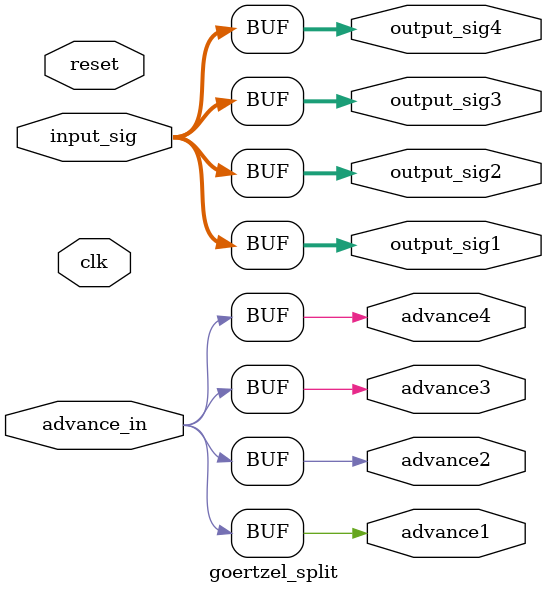
<source format=sv>
`define FFT_WIDTH 10 //2^10 = 1024 point FFT
`define FFT_MAG 1024
`define NORMALIZE 8388608 //2^23, dependent on width of incoming signal

module goertzel
#(
	parameter [31:0] bin_coeff = 32'd0000
)
(
    input clk,
    input reset,
    input advance_in,
    input logic signed [23:0] input_sig,
    // input logic signed [31:0] bin_coeff,
    output logic signed [63:0] power,
    output logic advance
);

//store previous output variables
logic signed [63:0] v_1;
logic signed [63:0] v_2;

logic signed [63:0] input_sig_64;
logic signed [63:0] bin_coeff_64;

//this is to ensure the first input signal gets padded before it's used in a calculation
logic padding_flag = 0;

logic [`FFT_WIDTH-1:0] signal_counter = 0;

always_ff @ (posedge clk) begin
    if (advance_in) begin
    if (input_sig < 0)
        input_sig_64 <= {40'b1111111111111111111111111111111111111111, input_sig};
    else
        input_sig_64 <= {40'b0, input_sig};
    padding_flag <= 1;

    if (padding_flag) begin
        advance <= 0;
        v_1 <= input_sig_64 + bin_coeff_64*v_1/`NORMALIZE - v_2;
        v_2 <= v_1;

        if (signal_counter == `FFT_MAG-1) begin
            power <= v_1*v_1/`NORMALIZE + v_2*v_2/`NORMALIZE - (v_1*v_2)/(`NORMALIZE)*bin_coeff_64/`NORMALIZE;
            v_1 <= 0;
            v_2 <= 0;
            advance <=1;
        end

        signal_counter = signal_counter + 1;
    end
end
end

assign bin_coeff_64 = {32'b0, bin_coeff};

endmodule

module goertzel_split (
    input clk,
    input reset,
    input advance_in,
	input wire signed [23:0] input_sig,
	output wire signed [23:0] output_sig1, output_sig2, output_sig3, output_sig4,
	output logic advance1, advance2, advance3, advance4
);
     always @ (*) begin
        advance1 = advance_in;
	    advance2 = advance_in;
	    advance3 = advance_in;
	    advance4 = advance_in;
        output_sig1 = input_sig;
	    output_sig2 = input_sig;
	    output_sig3 = input_sig;
	    output_sig4 = input_sig;
    end
    


endmodule

</source>
